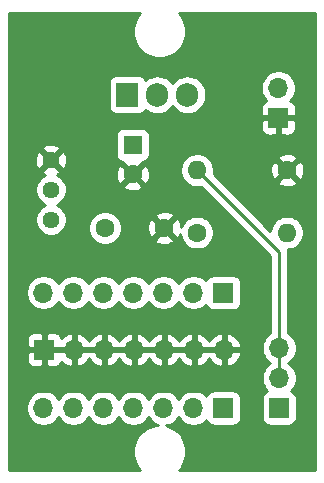
<source format=gbl>
%TF.GenerationSoftware,KiCad,Pcbnew,(5.1.12-1-10_14)*%
%TF.CreationDate,2021-12-29T19:37:03+01:00*%
%TF.ProjectId,contraddictionLamp_signals,636f6e74-7261-4646-9469-6374696f6e4c,1*%
%TF.SameCoordinates,Original*%
%TF.FileFunction,Copper,L2,Bot*%
%TF.FilePolarity,Positive*%
%FSLAX46Y46*%
G04 Gerber Fmt 4.6, Leading zero omitted, Abs format (unit mm)*
G04 Created by KiCad (PCBNEW (5.1.12-1-10_14)) date 2021-12-29 19:37:03*
%MOMM*%
%LPD*%
G01*
G04 APERTURE LIST*
%TA.AperFunction,ComponentPad*%
%ADD10C,1.600000*%
%TD*%
%TA.AperFunction,ComponentPad*%
%ADD11R,1.600000X1.600000*%
%TD*%
%TA.AperFunction,ComponentPad*%
%ADD12C,1.440000*%
%TD*%
%TA.AperFunction,ComponentPad*%
%ADD13O,1.700000X1.700000*%
%TD*%
%TA.AperFunction,ComponentPad*%
%ADD14R,1.700000X1.700000*%
%TD*%
%TA.AperFunction,ComponentPad*%
%ADD15O,1.905000X2.000000*%
%TD*%
%TA.AperFunction,ComponentPad*%
%ADD16R,1.905000X2.000000*%
%TD*%
%TA.AperFunction,ComponentPad*%
%ADD17O,1.600000X1.600000*%
%TD*%
%TA.AperFunction,Conductor*%
%ADD18C,0.250000*%
%TD*%
%TA.AperFunction,Conductor*%
%ADD19C,0.254000*%
%TD*%
%TA.AperFunction,Conductor*%
%ADD20C,0.100000*%
%TD*%
G04 APERTURE END LIST*
D10*
%TO.P,C2,2*%
%TO.N,GND*%
X151447500Y-91146000D03*
D11*
%TO.P,C2,1*%
%TO.N,/out-v*%
X151447500Y-88646000D03*
%TD*%
D10*
%TO.P,C1,2*%
%TO.N,/in-v*%
X149114500Y-95694500D03*
%TO.P,C1,1*%
%TO.N,GND*%
X154114500Y-95694500D03*
%TD*%
D12*
%TO.P,R3,3*%
%TO.N,N/C*%
X144526000Y-94996000D03*
%TO.P,R3,2*%
%TO.N,/adj-v*%
X144526000Y-92456000D03*
%TO.P,R3,1*%
%TO.N,GND*%
X144526000Y-89916000D03*
%TD*%
D13*
%TO.P,J3,3*%
%TO.N,/btn-gnd*%
X163842000Y-105854500D03*
%TO.P,J3,2*%
X163842000Y-108394500D03*
D14*
%TO.P,J3,1*%
%TO.N,/out-v*%
X163842000Y-110934500D03*
%TD*%
D15*
%TO.P,U1,3*%
%TO.N,/in-v*%
X156083000Y-84391500D03*
%TO.P,U1,2*%
%TO.N,/out-v*%
X153543000Y-84391500D03*
D16*
%TO.P,U1,1*%
%TO.N,/adj-v*%
X151003000Y-84391500D03*
%TD*%
D17*
%TO.P,R2,2*%
%TO.N,/out-v*%
X164528500Y-96075500D03*
D10*
%TO.P,R2,1*%
%TO.N,/adj-v*%
X156908500Y-96075500D03*
%TD*%
D13*
%TO.P,J4,7*%
%TO.N,/in-v*%
X143891000Y-101155500D03*
%TO.P,J4,6*%
X146431000Y-101155500D03*
%TO.P,J4,5*%
X148971000Y-101155500D03*
%TO.P,J4,4*%
X151511000Y-101155500D03*
%TO.P,J4,3*%
X154051000Y-101155500D03*
%TO.P,J4,2*%
X156591000Y-101155500D03*
D14*
%TO.P,J4,1*%
X159131000Y-101155500D03*
%TD*%
D17*
%TO.P,R1,2*%
%TO.N,/btn-gnd*%
X156908500Y-90805000D03*
D10*
%TO.P,R1,1*%
%TO.N,GND*%
X164528500Y-90805000D03*
%TD*%
D13*
%TO.P,J5,7*%
%TO.N,/out-v*%
X143891000Y-110934500D03*
%TO.P,J5,6*%
X146431000Y-110934500D03*
%TO.P,J5,5*%
X148971000Y-110934500D03*
%TO.P,J5,4*%
X151511000Y-110934500D03*
%TO.P,J5,3*%
X154051000Y-110934500D03*
%TO.P,J5,2*%
X156591000Y-110934500D03*
D14*
%TO.P,J5,1*%
X159131000Y-110934500D03*
%TD*%
D13*
%TO.P,J2,2*%
%TO.N,/in-v*%
X163778500Y-83832500D03*
D14*
%TO.P,J2,1*%
%TO.N,GND*%
X163778500Y-86372500D03*
%TD*%
D13*
%TO.P,J1,7*%
%TO.N,GND*%
X159194500Y-105981500D03*
%TO.P,J1,6*%
X156654500Y-105981500D03*
%TO.P,J1,5*%
X154114500Y-105981500D03*
%TO.P,J1,4*%
X151574500Y-105981500D03*
%TO.P,J1,3*%
X149034500Y-105981500D03*
%TO.P,J1,2*%
X146494500Y-105981500D03*
D14*
%TO.P,J1,1*%
X143954500Y-105981500D03*
%TD*%
D18*
%TO.N,GND*%
X159194500Y-105981500D02*
X143954500Y-105981500D01*
%TO.N,/btn-gnd*%
X163842000Y-105918000D02*
X163842000Y-108458000D01*
X163842000Y-97738500D02*
X163842000Y-105854500D01*
X156908500Y-90805000D02*
X163842000Y-97738500D01*
%TD*%
D19*
%TO.N,GND*%
X151958536Y-77611083D02*
X151710220Y-77982715D01*
X151539176Y-78395651D01*
X151451979Y-78834021D01*
X151451979Y-79280979D01*
X151539176Y-79719349D01*
X151710220Y-80132285D01*
X151958536Y-80503917D01*
X152274583Y-80819964D01*
X152646215Y-81068280D01*
X153059151Y-81239324D01*
X153497521Y-81326521D01*
X153944479Y-81326521D01*
X154382849Y-81239324D01*
X154795785Y-81068280D01*
X155167417Y-80819964D01*
X155483464Y-80503917D01*
X155731780Y-80132285D01*
X155902824Y-79719349D01*
X155990021Y-79280979D01*
X155990021Y-78834021D01*
X155902824Y-78395651D01*
X155731780Y-77982715D01*
X155483464Y-77611083D01*
X155367381Y-77495000D01*
X166916500Y-77495000D01*
X166916501Y-116180000D01*
X155379881Y-116180000D01*
X155495964Y-116063917D01*
X155744280Y-115692285D01*
X155915324Y-115279349D01*
X156002521Y-114840979D01*
X156002521Y-114394021D01*
X155915324Y-113955651D01*
X155744280Y-113542715D01*
X155495964Y-113171083D01*
X155179917Y-112855036D01*
X154808285Y-112606720D01*
X154395349Y-112435676D01*
X154255643Y-112407887D01*
X154484158Y-112362432D01*
X154754411Y-112250490D01*
X154997632Y-112087975D01*
X155204475Y-111881132D01*
X155321000Y-111706740D01*
X155437525Y-111881132D01*
X155644368Y-112087975D01*
X155887589Y-112250490D01*
X156157842Y-112362432D01*
X156444740Y-112419500D01*
X156737260Y-112419500D01*
X157024158Y-112362432D01*
X157294411Y-112250490D01*
X157537632Y-112087975D01*
X157669487Y-111956120D01*
X157691498Y-112028680D01*
X157750463Y-112138994D01*
X157829815Y-112235685D01*
X157926506Y-112315037D01*
X158036820Y-112374002D01*
X158156518Y-112410312D01*
X158281000Y-112422572D01*
X159981000Y-112422572D01*
X160105482Y-112410312D01*
X160225180Y-112374002D01*
X160335494Y-112315037D01*
X160432185Y-112235685D01*
X160511537Y-112138994D01*
X160570502Y-112028680D01*
X160606812Y-111908982D01*
X160619072Y-111784500D01*
X160619072Y-110084500D01*
X160606812Y-109960018D01*
X160570502Y-109840320D01*
X160511537Y-109730006D01*
X160432185Y-109633315D01*
X160335494Y-109553963D01*
X160225180Y-109494998D01*
X160105482Y-109458688D01*
X159981000Y-109446428D01*
X158281000Y-109446428D01*
X158156518Y-109458688D01*
X158036820Y-109494998D01*
X157926506Y-109553963D01*
X157829815Y-109633315D01*
X157750463Y-109730006D01*
X157691498Y-109840320D01*
X157669487Y-109912880D01*
X157537632Y-109781025D01*
X157294411Y-109618510D01*
X157024158Y-109506568D01*
X156737260Y-109449500D01*
X156444740Y-109449500D01*
X156157842Y-109506568D01*
X155887589Y-109618510D01*
X155644368Y-109781025D01*
X155437525Y-109987868D01*
X155321000Y-110162260D01*
X155204475Y-109987868D01*
X154997632Y-109781025D01*
X154754411Y-109618510D01*
X154484158Y-109506568D01*
X154197260Y-109449500D01*
X153904740Y-109449500D01*
X153617842Y-109506568D01*
X153347589Y-109618510D01*
X153104368Y-109781025D01*
X152897525Y-109987868D01*
X152781000Y-110162260D01*
X152664475Y-109987868D01*
X152457632Y-109781025D01*
X152214411Y-109618510D01*
X151944158Y-109506568D01*
X151657260Y-109449500D01*
X151364740Y-109449500D01*
X151077842Y-109506568D01*
X150807589Y-109618510D01*
X150564368Y-109781025D01*
X150357525Y-109987868D01*
X150241000Y-110162260D01*
X150124475Y-109987868D01*
X149917632Y-109781025D01*
X149674411Y-109618510D01*
X149404158Y-109506568D01*
X149117260Y-109449500D01*
X148824740Y-109449500D01*
X148537842Y-109506568D01*
X148267589Y-109618510D01*
X148024368Y-109781025D01*
X147817525Y-109987868D01*
X147701000Y-110162260D01*
X147584475Y-109987868D01*
X147377632Y-109781025D01*
X147134411Y-109618510D01*
X146864158Y-109506568D01*
X146577260Y-109449500D01*
X146284740Y-109449500D01*
X145997842Y-109506568D01*
X145727589Y-109618510D01*
X145484368Y-109781025D01*
X145277525Y-109987868D01*
X145161000Y-110162260D01*
X145044475Y-109987868D01*
X144837632Y-109781025D01*
X144594411Y-109618510D01*
X144324158Y-109506568D01*
X144037260Y-109449500D01*
X143744740Y-109449500D01*
X143457842Y-109506568D01*
X143187589Y-109618510D01*
X142944368Y-109781025D01*
X142737525Y-109987868D01*
X142575010Y-110231089D01*
X142463068Y-110501342D01*
X142406000Y-110788240D01*
X142406000Y-111080760D01*
X142463068Y-111367658D01*
X142575010Y-111637911D01*
X142737525Y-111881132D01*
X142944368Y-112087975D01*
X143187589Y-112250490D01*
X143457842Y-112362432D01*
X143744740Y-112419500D01*
X144037260Y-112419500D01*
X144324158Y-112362432D01*
X144594411Y-112250490D01*
X144837632Y-112087975D01*
X145044475Y-111881132D01*
X145161000Y-111706740D01*
X145277525Y-111881132D01*
X145484368Y-112087975D01*
X145727589Y-112250490D01*
X145997842Y-112362432D01*
X146284740Y-112419500D01*
X146577260Y-112419500D01*
X146864158Y-112362432D01*
X147134411Y-112250490D01*
X147377632Y-112087975D01*
X147584475Y-111881132D01*
X147701000Y-111706740D01*
X147817525Y-111881132D01*
X148024368Y-112087975D01*
X148267589Y-112250490D01*
X148537842Y-112362432D01*
X148824740Y-112419500D01*
X149117260Y-112419500D01*
X149404158Y-112362432D01*
X149674411Y-112250490D01*
X149917632Y-112087975D01*
X150124475Y-111881132D01*
X150241000Y-111706740D01*
X150357525Y-111881132D01*
X150564368Y-112087975D01*
X150807589Y-112250490D01*
X151077842Y-112362432D01*
X151364740Y-112419500D01*
X151657260Y-112419500D01*
X151944158Y-112362432D01*
X152214411Y-112250490D01*
X152457632Y-112087975D01*
X152664475Y-111881132D01*
X152781000Y-111706740D01*
X152897525Y-111881132D01*
X153104368Y-112087975D01*
X153347589Y-112250490D01*
X153584156Y-112348479D01*
X153510021Y-112348479D01*
X153071651Y-112435676D01*
X152658715Y-112606720D01*
X152287083Y-112855036D01*
X151971036Y-113171083D01*
X151722720Y-113542715D01*
X151551676Y-113955651D01*
X151464479Y-114394021D01*
X151464479Y-114840979D01*
X151551676Y-115279349D01*
X151722720Y-115692285D01*
X151971036Y-116063917D01*
X152087119Y-116180000D01*
X140995000Y-116180000D01*
X140995000Y-106831500D01*
X142466428Y-106831500D01*
X142478688Y-106955982D01*
X142514998Y-107075680D01*
X142573963Y-107185994D01*
X142653315Y-107282685D01*
X142750006Y-107362037D01*
X142860320Y-107421002D01*
X142980018Y-107457312D01*
X143104500Y-107469572D01*
X143668750Y-107466500D01*
X143827500Y-107307750D01*
X143827500Y-106108500D01*
X144081500Y-106108500D01*
X144081500Y-107307750D01*
X144240250Y-107466500D01*
X144804500Y-107469572D01*
X144928982Y-107457312D01*
X145048680Y-107421002D01*
X145158994Y-107362037D01*
X145255685Y-107282685D01*
X145335037Y-107185994D01*
X145394002Y-107075680D01*
X145418466Y-106995034D01*
X145494231Y-107079088D01*
X145727580Y-107253141D01*
X145990401Y-107378325D01*
X146137610Y-107422976D01*
X146367500Y-107301655D01*
X146367500Y-106108500D01*
X146621500Y-106108500D01*
X146621500Y-107301655D01*
X146851390Y-107422976D01*
X146998599Y-107378325D01*
X147261420Y-107253141D01*
X147494769Y-107079088D01*
X147689678Y-106862855D01*
X147764500Y-106737245D01*
X147839322Y-106862855D01*
X148034231Y-107079088D01*
X148267580Y-107253141D01*
X148530401Y-107378325D01*
X148677610Y-107422976D01*
X148907500Y-107301655D01*
X148907500Y-106108500D01*
X149161500Y-106108500D01*
X149161500Y-107301655D01*
X149391390Y-107422976D01*
X149538599Y-107378325D01*
X149801420Y-107253141D01*
X150034769Y-107079088D01*
X150229678Y-106862855D01*
X150304500Y-106737245D01*
X150379322Y-106862855D01*
X150574231Y-107079088D01*
X150807580Y-107253141D01*
X151070401Y-107378325D01*
X151217610Y-107422976D01*
X151447500Y-107301655D01*
X151447500Y-106108500D01*
X151701500Y-106108500D01*
X151701500Y-107301655D01*
X151931390Y-107422976D01*
X152078599Y-107378325D01*
X152341420Y-107253141D01*
X152574769Y-107079088D01*
X152769678Y-106862855D01*
X152844500Y-106737245D01*
X152919322Y-106862855D01*
X153114231Y-107079088D01*
X153347580Y-107253141D01*
X153610401Y-107378325D01*
X153757610Y-107422976D01*
X153987500Y-107301655D01*
X153987500Y-106108500D01*
X154241500Y-106108500D01*
X154241500Y-107301655D01*
X154471390Y-107422976D01*
X154618599Y-107378325D01*
X154881420Y-107253141D01*
X155114769Y-107079088D01*
X155309678Y-106862855D01*
X155384500Y-106737245D01*
X155459322Y-106862855D01*
X155654231Y-107079088D01*
X155887580Y-107253141D01*
X156150401Y-107378325D01*
X156297610Y-107422976D01*
X156527500Y-107301655D01*
X156527500Y-106108500D01*
X156781500Y-106108500D01*
X156781500Y-107301655D01*
X157011390Y-107422976D01*
X157158599Y-107378325D01*
X157421420Y-107253141D01*
X157654769Y-107079088D01*
X157849678Y-106862855D01*
X157924500Y-106737245D01*
X157999322Y-106862855D01*
X158194231Y-107079088D01*
X158427580Y-107253141D01*
X158690401Y-107378325D01*
X158837610Y-107422976D01*
X159067500Y-107301655D01*
X159067500Y-106108500D01*
X159321500Y-106108500D01*
X159321500Y-107301655D01*
X159551390Y-107422976D01*
X159698599Y-107378325D01*
X159961420Y-107253141D01*
X160194769Y-107079088D01*
X160389678Y-106862855D01*
X160538657Y-106612752D01*
X160635981Y-106338391D01*
X160515314Y-106108500D01*
X159321500Y-106108500D01*
X159067500Y-106108500D01*
X156781500Y-106108500D01*
X156527500Y-106108500D01*
X154241500Y-106108500D01*
X153987500Y-106108500D01*
X151701500Y-106108500D01*
X151447500Y-106108500D01*
X149161500Y-106108500D01*
X148907500Y-106108500D01*
X146621500Y-106108500D01*
X146367500Y-106108500D01*
X144081500Y-106108500D01*
X143827500Y-106108500D01*
X142628250Y-106108500D01*
X142469500Y-106267250D01*
X142466428Y-106831500D01*
X140995000Y-106831500D01*
X140995000Y-105131500D01*
X142466428Y-105131500D01*
X142469500Y-105695750D01*
X142628250Y-105854500D01*
X143827500Y-105854500D01*
X143827500Y-104655250D01*
X144081500Y-104655250D01*
X144081500Y-105854500D01*
X146367500Y-105854500D01*
X146367500Y-104661345D01*
X146621500Y-104661345D01*
X146621500Y-105854500D01*
X148907500Y-105854500D01*
X148907500Y-104661345D01*
X149161500Y-104661345D01*
X149161500Y-105854500D01*
X151447500Y-105854500D01*
X151447500Y-104661345D01*
X151701500Y-104661345D01*
X151701500Y-105854500D01*
X153987500Y-105854500D01*
X153987500Y-104661345D01*
X154241500Y-104661345D01*
X154241500Y-105854500D01*
X156527500Y-105854500D01*
X156527500Y-104661345D01*
X156781500Y-104661345D01*
X156781500Y-105854500D01*
X159067500Y-105854500D01*
X159067500Y-104661345D01*
X159321500Y-104661345D01*
X159321500Y-105854500D01*
X160515314Y-105854500D01*
X160635981Y-105624609D01*
X160538657Y-105350248D01*
X160389678Y-105100145D01*
X160194769Y-104883912D01*
X159961420Y-104709859D01*
X159698599Y-104584675D01*
X159551390Y-104540024D01*
X159321500Y-104661345D01*
X159067500Y-104661345D01*
X158837610Y-104540024D01*
X158690401Y-104584675D01*
X158427580Y-104709859D01*
X158194231Y-104883912D01*
X157999322Y-105100145D01*
X157924500Y-105225755D01*
X157849678Y-105100145D01*
X157654769Y-104883912D01*
X157421420Y-104709859D01*
X157158599Y-104584675D01*
X157011390Y-104540024D01*
X156781500Y-104661345D01*
X156527500Y-104661345D01*
X156297610Y-104540024D01*
X156150401Y-104584675D01*
X155887580Y-104709859D01*
X155654231Y-104883912D01*
X155459322Y-105100145D01*
X155384500Y-105225755D01*
X155309678Y-105100145D01*
X155114769Y-104883912D01*
X154881420Y-104709859D01*
X154618599Y-104584675D01*
X154471390Y-104540024D01*
X154241500Y-104661345D01*
X153987500Y-104661345D01*
X153757610Y-104540024D01*
X153610401Y-104584675D01*
X153347580Y-104709859D01*
X153114231Y-104883912D01*
X152919322Y-105100145D01*
X152844500Y-105225755D01*
X152769678Y-105100145D01*
X152574769Y-104883912D01*
X152341420Y-104709859D01*
X152078599Y-104584675D01*
X151931390Y-104540024D01*
X151701500Y-104661345D01*
X151447500Y-104661345D01*
X151217610Y-104540024D01*
X151070401Y-104584675D01*
X150807580Y-104709859D01*
X150574231Y-104883912D01*
X150379322Y-105100145D01*
X150304500Y-105225755D01*
X150229678Y-105100145D01*
X150034769Y-104883912D01*
X149801420Y-104709859D01*
X149538599Y-104584675D01*
X149391390Y-104540024D01*
X149161500Y-104661345D01*
X148907500Y-104661345D01*
X148677610Y-104540024D01*
X148530401Y-104584675D01*
X148267580Y-104709859D01*
X148034231Y-104883912D01*
X147839322Y-105100145D01*
X147764500Y-105225755D01*
X147689678Y-105100145D01*
X147494769Y-104883912D01*
X147261420Y-104709859D01*
X146998599Y-104584675D01*
X146851390Y-104540024D01*
X146621500Y-104661345D01*
X146367500Y-104661345D01*
X146137610Y-104540024D01*
X145990401Y-104584675D01*
X145727580Y-104709859D01*
X145494231Y-104883912D01*
X145418466Y-104967966D01*
X145394002Y-104887320D01*
X145335037Y-104777006D01*
X145255685Y-104680315D01*
X145158994Y-104600963D01*
X145048680Y-104541998D01*
X144928982Y-104505688D01*
X144804500Y-104493428D01*
X144240250Y-104496500D01*
X144081500Y-104655250D01*
X143827500Y-104655250D01*
X143668750Y-104496500D01*
X143104500Y-104493428D01*
X142980018Y-104505688D01*
X142860320Y-104541998D01*
X142750006Y-104600963D01*
X142653315Y-104680315D01*
X142573963Y-104777006D01*
X142514998Y-104887320D01*
X142478688Y-105007018D01*
X142466428Y-105131500D01*
X140995000Y-105131500D01*
X140995000Y-101009240D01*
X142406000Y-101009240D01*
X142406000Y-101301760D01*
X142463068Y-101588658D01*
X142575010Y-101858911D01*
X142737525Y-102102132D01*
X142944368Y-102308975D01*
X143187589Y-102471490D01*
X143457842Y-102583432D01*
X143744740Y-102640500D01*
X144037260Y-102640500D01*
X144324158Y-102583432D01*
X144594411Y-102471490D01*
X144837632Y-102308975D01*
X145044475Y-102102132D01*
X145161000Y-101927740D01*
X145277525Y-102102132D01*
X145484368Y-102308975D01*
X145727589Y-102471490D01*
X145997842Y-102583432D01*
X146284740Y-102640500D01*
X146577260Y-102640500D01*
X146864158Y-102583432D01*
X147134411Y-102471490D01*
X147377632Y-102308975D01*
X147584475Y-102102132D01*
X147701000Y-101927740D01*
X147817525Y-102102132D01*
X148024368Y-102308975D01*
X148267589Y-102471490D01*
X148537842Y-102583432D01*
X148824740Y-102640500D01*
X149117260Y-102640500D01*
X149404158Y-102583432D01*
X149674411Y-102471490D01*
X149917632Y-102308975D01*
X150124475Y-102102132D01*
X150241000Y-101927740D01*
X150357525Y-102102132D01*
X150564368Y-102308975D01*
X150807589Y-102471490D01*
X151077842Y-102583432D01*
X151364740Y-102640500D01*
X151657260Y-102640500D01*
X151944158Y-102583432D01*
X152214411Y-102471490D01*
X152457632Y-102308975D01*
X152664475Y-102102132D01*
X152781000Y-101927740D01*
X152897525Y-102102132D01*
X153104368Y-102308975D01*
X153347589Y-102471490D01*
X153617842Y-102583432D01*
X153904740Y-102640500D01*
X154197260Y-102640500D01*
X154484158Y-102583432D01*
X154754411Y-102471490D01*
X154997632Y-102308975D01*
X155204475Y-102102132D01*
X155321000Y-101927740D01*
X155437525Y-102102132D01*
X155644368Y-102308975D01*
X155887589Y-102471490D01*
X156157842Y-102583432D01*
X156444740Y-102640500D01*
X156737260Y-102640500D01*
X157024158Y-102583432D01*
X157294411Y-102471490D01*
X157537632Y-102308975D01*
X157669487Y-102177120D01*
X157691498Y-102249680D01*
X157750463Y-102359994D01*
X157829815Y-102456685D01*
X157926506Y-102536037D01*
X158036820Y-102595002D01*
X158156518Y-102631312D01*
X158281000Y-102643572D01*
X159981000Y-102643572D01*
X160105482Y-102631312D01*
X160225180Y-102595002D01*
X160335494Y-102536037D01*
X160432185Y-102456685D01*
X160511537Y-102359994D01*
X160570502Y-102249680D01*
X160606812Y-102129982D01*
X160619072Y-102005500D01*
X160619072Y-100305500D01*
X160606812Y-100181018D01*
X160570502Y-100061320D01*
X160511537Y-99951006D01*
X160432185Y-99854315D01*
X160335494Y-99774963D01*
X160225180Y-99715998D01*
X160105482Y-99679688D01*
X159981000Y-99667428D01*
X158281000Y-99667428D01*
X158156518Y-99679688D01*
X158036820Y-99715998D01*
X157926506Y-99774963D01*
X157829815Y-99854315D01*
X157750463Y-99951006D01*
X157691498Y-100061320D01*
X157669487Y-100133880D01*
X157537632Y-100002025D01*
X157294411Y-99839510D01*
X157024158Y-99727568D01*
X156737260Y-99670500D01*
X156444740Y-99670500D01*
X156157842Y-99727568D01*
X155887589Y-99839510D01*
X155644368Y-100002025D01*
X155437525Y-100208868D01*
X155321000Y-100383260D01*
X155204475Y-100208868D01*
X154997632Y-100002025D01*
X154754411Y-99839510D01*
X154484158Y-99727568D01*
X154197260Y-99670500D01*
X153904740Y-99670500D01*
X153617842Y-99727568D01*
X153347589Y-99839510D01*
X153104368Y-100002025D01*
X152897525Y-100208868D01*
X152781000Y-100383260D01*
X152664475Y-100208868D01*
X152457632Y-100002025D01*
X152214411Y-99839510D01*
X151944158Y-99727568D01*
X151657260Y-99670500D01*
X151364740Y-99670500D01*
X151077842Y-99727568D01*
X150807589Y-99839510D01*
X150564368Y-100002025D01*
X150357525Y-100208868D01*
X150241000Y-100383260D01*
X150124475Y-100208868D01*
X149917632Y-100002025D01*
X149674411Y-99839510D01*
X149404158Y-99727568D01*
X149117260Y-99670500D01*
X148824740Y-99670500D01*
X148537842Y-99727568D01*
X148267589Y-99839510D01*
X148024368Y-100002025D01*
X147817525Y-100208868D01*
X147701000Y-100383260D01*
X147584475Y-100208868D01*
X147377632Y-100002025D01*
X147134411Y-99839510D01*
X146864158Y-99727568D01*
X146577260Y-99670500D01*
X146284740Y-99670500D01*
X145997842Y-99727568D01*
X145727589Y-99839510D01*
X145484368Y-100002025D01*
X145277525Y-100208868D01*
X145161000Y-100383260D01*
X145044475Y-100208868D01*
X144837632Y-100002025D01*
X144594411Y-99839510D01*
X144324158Y-99727568D01*
X144037260Y-99670500D01*
X143744740Y-99670500D01*
X143457842Y-99727568D01*
X143187589Y-99839510D01*
X142944368Y-100002025D01*
X142737525Y-100208868D01*
X142575010Y-100452089D01*
X142463068Y-100722342D01*
X142406000Y-101009240D01*
X140995000Y-101009240D01*
X140995000Y-92322544D01*
X143171000Y-92322544D01*
X143171000Y-92589456D01*
X143223072Y-92851239D01*
X143325215Y-93097833D01*
X143473503Y-93319762D01*
X143662238Y-93508497D01*
X143884167Y-93656785D01*
X144051266Y-93726000D01*
X143884167Y-93795215D01*
X143662238Y-93943503D01*
X143473503Y-94132238D01*
X143325215Y-94354167D01*
X143223072Y-94600761D01*
X143171000Y-94862544D01*
X143171000Y-95129456D01*
X143223072Y-95391239D01*
X143325215Y-95637833D01*
X143473503Y-95859762D01*
X143662238Y-96048497D01*
X143884167Y-96196785D01*
X144130761Y-96298928D01*
X144392544Y-96351000D01*
X144659456Y-96351000D01*
X144921239Y-96298928D01*
X145167833Y-96196785D01*
X145389762Y-96048497D01*
X145578497Y-95859762D01*
X145726785Y-95637833D01*
X145761855Y-95553165D01*
X147679500Y-95553165D01*
X147679500Y-95835835D01*
X147734647Y-96113074D01*
X147842820Y-96374227D01*
X147999863Y-96609259D01*
X148199741Y-96809137D01*
X148434773Y-96966180D01*
X148695926Y-97074353D01*
X148973165Y-97129500D01*
X149255835Y-97129500D01*
X149533074Y-97074353D01*
X149794227Y-96966180D01*
X150029259Y-96809137D01*
X150151194Y-96687202D01*
X153301403Y-96687202D01*
X153372986Y-96931171D01*
X153628496Y-97052071D01*
X153902684Y-97120800D01*
X154185012Y-97134717D01*
X154464630Y-97093287D01*
X154730792Y-96998103D01*
X154856014Y-96931171D01*
X154927597Y-96687202D01*
X154114500Y-95874105D01*
X153301403Y-96687202D01*
X150151194Y-96687202D01*
X150229137Y-96609259D01*
X150386180Y-96374227D01*
X150494353Y-96113074D01*
X150549500Y-95835835D01*
X150549500Y-95765012D01*
X152674283Y-95765012D01*
X152715713Y-96044630D01*
X152810897Y-96310792D01*
X152877829Y-96436014D01*
X153121798Y-96507597D01*
X153934895Y-95694500D01*
X154294105Y-95694500D01*
X155107202Y-96507597D01*
X155351171Y-96436014D01*
X155472071Y-96180504D01*
X155473500Y-96174803D01*
X155473500Y-96216835D01*
X155528647Y-96494074D01*
X155636820Y-96755227D01*
X155793863Y-96990259D01*
X155993741Y-97190137D01*
X156228773Y-97347180D01*
X156489926Y-97455353D01*
X156767165Y-97510500D01*
X157049835Y-97510500D01*
X157327074Y-97455353D01*
X157588227Y-97347180D01*
X157823259Y-97190137D01*
X158023137Y-96990259D01*
X158180180Y-96755227D01*
X158288353Y-96494074D01*
X158343500Y-96216835D01*
X158343500Y-95934165D01*
X158288353Y-95656926D01*
X158180180Y-95395773D01*
X158023137Y-95160741D01*
X157823259Y-94960863D01*
X157588227Y-94803820D01*
X157327074Y-94695647D01*
X157049835Y-94640500D01*
X156767165Y-94640500D01*
X156489926Y-94695647D01*
X156228773Y-94803820D01*
X155993741Y-94960863D01*
X155793863Y-95160741D01*
X155636820Y-95395773D01*
X155551443Y-95601891D01*
X155513287Y-95344370D01*
X155418103Y-95078208D01*
X155351171Y-94952986D01*
X155107202Y-94881403D01*
X154294105Y-95694500D01*
X153934895Y-95694500D01*
X153121798Y-94881403D01*
X152877829Y-94952986D01*
X152756929Y-95208496D01*
X152688200Y-95482684D01*
X152674283Y-95765012D01*
X150549500Y-95765012D01*
X150549500Y-95553165D01*
X150494353Y-95275926D01*
X150386180Y-95014773D01*
X150229137Y-94779741D01*
X150151194Y-94701798D01*
X153301403Y-94701798D01*
X154114500Y-95514895D01*
X154927597Y-94701798D01*
X154856014Y-94457829D01*
X154600504Y-94336929D01*
X154326316Y-94268200D01*
X154043988Y-94254283D01*
X153764370Y-94295713D01*
X153498208Y-94390897D01*
X153372986Y-94457829D01*
X153301403Y-94701798D01*
X150151194Y-94701798D01*
X150029259Y-94579863D01*
X149794227Y-94422820D01*
X149533074Y-94314647D01*
X149255835Y-94259500D01*
X148973165Y-94259500D01*
X148695926Y-94314647D01*
X148434773Y-94422820D01*
X148199741Y-94579863D01*
X147999863Y-94779741D01*
X147842820Y-95014773D01*
X147734647Y-95275926D01*
X147679500Y-95553165D01*
X145761855Y-95553165D01*
X145828928Y-95391239D01*
X145881000Y-95129456D01*
X145881000Y-94862544D01*
X145828928Y-94600761D01*
X145726785Y-94354167D01*
X145578497Y-94132238D01*
X145389762Y-93943503D01*
X145167833Y-93795215D01*
X145000734Y-93726000D01*
X145167833Y-93656785D01*
X145389762Y-93508497D01*
X145578497Y-93319762D01*
X145726785Y-93097833D01*
X145828928Y-92851239D01*
X145881000Y-92589456D01*
X145881000Y-92322544D01*
X145844432Y-92138702D01*
X150634403Y-92138702D01*
X150705986Y-92382671D01*
X150961496Y-92503571D01*
X151235684Y-92572300D01*
X151518012Y-92586217D01*
X151797630Y-92544787D01*
X152063792Y-92449603D01*
X152189014Y-92382671D01*
X152260597Y-92138702D01*
X151447500Y-91325605D01*
X150634403Y-92138702D01*
X145844432Y-92138702D01*
X145828928Y-92060761D01*
X145726785Y-91814167D01*
X145578497Y-91592238D01*
X145389762Y-91403503D01*
X145167833Y-91255215D01*
X145074396Y-91216512D01*
X150007283Y-91216512D01*
X150048713Y-91496130D01*
X150143897Y-91762292D01*
X150210829Y-91887514D01*
X150454798Y-91959097D01*
X151267895Y-91146000D01*
X151627105Y-91146000D01*
X152440202Y-91959097D01*
X152684171Y-91887514D01*
X152805071Y-91632004D01*
X152873800Y-91357816D01*
X152887717Y-91075488D01*
X152846287Y-90795870D01*
X152799009Y-90663665D01*
X155473500Y-90663665D01*
X155473500Y-90946335D01*
X155528647Y-91223574D01*
X155636820Y-91484727D01*
X155793863Y-91719759D01*
X155993741Y-91919637D01*
X156228773Y-92076680D01*
X156489926Y-92184853D01*
X156767165Y-92240000D01*
X157049835Y-92240000D01*
X157232387Y-92203688D01*
X163082000Y-98053302D01*
X163082001Y-104576321D01*
X162895368Y-104701025D01*
X162688525Y-104907868D01*
X162526010Y-105151089D01*
X162414068Y-105421342D01*
X162357000Y-105708240D01*
X162357000Y-106000760D01*
X162414068Y-106287658D01*
X162526010Y-106557911D01*
X162688525Y-106801132D01*
X162895368Y-107007975D01*
X163069760Y-107124500D01*
X162895368Y-107241025D01*
X162688525Y-107447868D01*
X162526010Y-107691089D01*
X162414068Y-107961342D01*
X162357000Y-108248240D01*
X162357000Y-108540760D01*
X162414068Y-108827658D01*
X162526010Y-109097911D01*
X162688525Y-109341132D01*
X162820380Y-109472987D01*
X162747820Y-109494998D01*
X162637506Y-109553963D01*
X162540815Y-109633315D01*
X162461463Y-109730006D01*
X162402498Y-109840320D01*
X162366188Y-109960018D01*
X162353928Y-110084500D01*
X162353928Y-111784500D01*
X162366188Y-111908982D01*
X162402498Y-112028680D01*
X162461463Y-112138994D01*
X162540815Y-112235685D01*
X162637506Y-112315037D01*
X162747820Y-112374002D01*
X162867518Y-112410312D01*
X162992000Y-112422572D01*
X164692000Y-112422572D01*
X164816482Y-112410312D01*
X164936180Y-112374002D01*
X165046494Y-112315037D01*
X165143185Y-112235685D01*
X165222537Y-112138994D01*
X165281502Y-112028680D01*
X165317812Y-111908982D01*
X165330072Y-111784500D01*
X165330072Y-110084500D01*
X165317812Y-109960018D01*
X165281502Y-109840320D01*
X165222537Y-109730006D01*
X165143185Y-109633315D01*
X165046494Y-109553963D01*
X164936180Y-109494998D01*
X164863620Y-109472987D01*
X164995475Y-109341132D01*
X165157990Y-109097911D01*
X165269932Y-108827658D01*
X165327000Y-108540760D01*
X165327000Y-108248240D01*
X165269932Y-107961342D01*
X165157990Y-107691089D01*
X164995475Y-107447868D01*
X164788632Y-107241025D01*
X164614240Y-107124500D01*
X164788632Y-107007975D01*
X164995475Y-106801132D01*
X165157990Y-106557911D01*
X165269932Y-106287658D01*
X165327000Y-106000760D01*
X165327000Y-105708240D01*
X165269932Y-105421342D01*
X165157990Y-105151089D01*
X164995475Y-104907868D01*
X164788632Y-104701025D01*
X164602000Y-104576322D01*
X164602000Y-97775825D01*
X164605676Y-97738500D01*
X164602000Y-97701175D01*
X164602000Y-97701167D01*
X164591003Y-97589514D01*
X164567035Y-97510500D01*
X164669835Y-97510500D01*
X164947074Y-97455353D01*
X165208227Y-97347180D01*
X165443259Y-97190137D01*
X165643137Y-96990259D01*
X165800180Y-96755227D01*
X165908353Y-96494074D01*
X165963500Y-96216835D01*
X165963500Y-95934165D01*
X165908353Y-95656926D01*
X165800180Y-95395773D01*
X165643137Y-95160741D01*
X165443259Y-94960863D01*
X165208227Y-94803820D01*
X164947074Y-94695647D01*
X164669835Y-94640500D01*
X164387165Y-94640500D01*
X164109926Y-94695647D01*
X163848773Y-94803820D01*
X163613741Y-94960863D01*
X163413863Y-95160741D01*
X163256820Y-95395773D01*
X163148647Y-95656926D01*
X163096647Y-95918345D01*
X158976004Y-91797702D01*
X163715403Y-91797702D01*
X163786986Y-92041671D01*
X164042496Y-92162571D01*
X164316684Y-92231300D01*
X164599012Y-92245217D01*
X164878630Y-92203787D01*
X165144792Y-92108603D01*
X165270014Y-92041671D01*
X165341597Y-91797702D01*
X164528500Y-90984605D01*
X163715403Y-91797702D01*
X158976004Y-91797702D01*
X158307188Y-91128887D01*
X158343500Y-90946335D01*
X158343500Y-90875512D01*
X163088283Y-90875512D01*
X163129713Y-91155130D01*
X163224897Y-91421292D01*
X163291829Y-91546514D01*
X163535798Y-91618097D01*
X164348895Y-90805000D01*
X164708105Y-90805000D01*
X165521202Y-91618097D01*
X165765171Y-91546514D01*
X165886071Y-91291004D01*
X165954800Y-91016816D01*
X165968717Y-90734488D01*
X165927287Y-90454870D01*
X165832103Y-90188708D01*
X165765171Y-90063486D01*
X165521202Y-89991903D01*
X164708105Y-90805000D01*
X164348895Y-90805000D01*
X163535798Y-89991903D01*
X163291829Y-90063486D01*
X163170929Y-90318996D01*
X163102200Y-90593184D01*
X163088283Y-90875512D01*
X158343500Y-90875512D01*
X158343500Y-90663665D01*
X158288353Y-90386426D01*
X158180180Y-90125273D01*
X158023137Y-89890241D01*
X157945194Y-89812298D01*
X163715403Y-89812298D01*
X164528500Y-90625395D01*
X165341597Y-89812298D01*
X165270014Y-89568329D01*
X165014504Y-89447429D01*
X164740316Y-89378700D01*
X164457988Y-89364783D01*
X164178370Y-89406213D01*
X163912208Y-89501397D01*
X163786986Y-89568329D01*
X163715403Y-89812298D01*
X157945194Y-89812298D01*
X157823259Y-89690363D01*
X157588227Y-89533320D01*
X157327074Y-89425147D01*
X157049835Y-89370000D01*
X156767165Y-89370000D01*
X156489926Y-89425147D01*
X156228773Y-89533320D01*
X155993741Y-89690363D01*
X155793863Y-89890241D01*
X155636820Y-90125273D01*
X155528647Y-90386426D01*
X155473500Y-90663665D01*
X152799009Y-90663665D01*
X152751103Y-90529708D01*
X152684171Y-90404486D01*
X152440202Y-90332903D01*
X151627105Y-91146000D01*
X151267895Y-91146000D01*
X150454798Y-90332903D01*
X150210829Y-90404486D01*
X150089929Y-90659996D01*
X150021200Y-90934184D01*
X150007283Y-91216512D01*
X145074396Y-91216512D01*
X144999676Y-91185562D01*
X145114353Y-91143875D01*
X145220068Y-91087368D01*
X145281955Y-90851560D01*
X144526000Y-90095605D01*
X143770045Y-90851560D01*
X143831932Y-91087368D01*
X144047007Y-91187764D01*
X143884167Y-91255215D01*
X143662238Y-91403503D01*
X143473503Y-91592238D01*
X143325215Y-91814167D01*
X143223072Y-92060761D01*
X143171000Y-92322544D01*
X140995000Y-92322544D01*
X140995000Y-89989680D01*
X143166439Y-89989680D01*
X143206937Y-90253501D01*
X143298125Y-90504353D01*
X143354632Y-90610068D01*
X143590440Y-90671955D01*
X144346395Y-89916000D01*
X144705605Y-89916000D01*
X145461560Y-90671955D01*
X145697368Y-90610068D01*
X145810266Y-90368210D01*
X145873811Y-90108973D01*
X145885561Y-89842320D01*
X145845063Y-89578499D01*
X145753875Y-89327647D01*
X145697368Y-89221932D01*
X145461560Y-89160045D01*
X144705605Y-89916000D01*
X144346395Y-89916000D01*
X143590440Y-89160045D01*
X143354632Y-89221932D01*
X143241734Y-89463790D01*
X143178189Y-89723027D01*
X143166439Y-89989680D01*
X140995000Y-89989680D01*
X140995000Y-88980440D01*
X143770045Y-88980440D01*
X144526000Y-89736395D01*
X145281955Y-88980440D01*
X145220068Y-88744632D01*
X144978210Y-88631734D01*
X144718973Y-88568189D01*
X144452320Y-88556439D01*
X144188499Y-88596937D01*
X143937647Y-88688125D01*
X143831932Y-88744632D01*
X143770045Y-88980440D01*
X140995000Y-88980440D01*
X140995000Y-87846000D01*
X150009428Y-87846000D01*
X150009428Y-89446000D01*
X150021688Y-89570482D01*
X150057998Y-89690180D01*
X150116963Y-89800494D01*
X150196315Y-89897185D01*
X150293006Y-89976537D01*
X150403320Y-90035502D01*
X150523018Y-90071812D01*
X150647500Y-90084072D01*
X150654715Y-90084072D01*
X150634403Y-90153298D01*
X151447500Y-90966395D01*
X152260597Y-90153298D01*
X152240285Y-90084072D01*
X152247500Y-90084072D01*
X152371982Y-90071812D01*
X152491680Y-90035502D01*
X152601994Y-89976537D01*
X152698685Y-89897185D01*
X152778037Y-89800494D01*
X152837002Y-89690180D01*
X152873312Y-89570482D01*
X152885572Y-89446000D01*
X152885572Y-87846000D01*
X152873312Y-87721518D01*
X152837002Y-87601820D01*
X152778037Y-87491506D01*
X152698685Y-87394815D01*
X152601994Y-87315463D01*
X152491680Y-87256498D01*
X152379604Y-87222500D01*
X162290428Y-87222500D01*
X162302688Y-87346982D01*
X162338998Y-87466680D01*
X162397963Y-87576994D01*
X162477315Y-87673685D01*
X162574006Y-87753037D01*
X162684320Y-87812002D01*
X162804018Y-87848312D01*
X162928500Y-87860572D01*
X163492750Y-87857500D01*
X163651500Y-87698750D01*
X163651500Y-86499500D01*
X163905500Y-86499500D01*
X163905500Y-87698750D01*
X164064250Y-87857500D01*
X164628500Y-87860572D01*
X164752982Y-87848312D01*
X164872680Y-87812002D01*
X164982994Y-87753037D01*
X165079685Y-87673685D01*
X165159037Y-87576994D01*
X165218002Y-87466680D01*
X165254312Y-87346982D01*
X165266572Y-87222500D01*
X165263500Y-86658250D01*
X165104750Y-86499500D01*
X163905500Y-86499500D01*
X163651500Y-86499500D01*
X162452250Y-86499500D01*
X162293500Y-86658250D01*
X162290428Y-87222500D01*
X152379604Y-87222500D01*
X152371982Y-87220188D01*
X152247500Y-87207928D01*
X150647500Y-87207928D01*
X150523018Y-87220188D01*
X150403320Y-87256498D01*
X150293006Y-87315463D01*
X150196315Y-87394815D01*
X150116963Y-87491506D01*
X150057998Y-87601820D01*
X150021688Y-87721518D01*
X150009428Y-87846000D01*
X140995000Y-87846000D01*
X140995000Y-83391500D01*
X149412428Y-83391500D01*
X149412428Y-85391500D01*
X149424688Y-85515982D01*
X149460998Y-85635680D01*
X149519963Y-85745994D01*
X149599315Y-85842685D01*
X149696006Y-85922037D01*
X149806320Y-85981002D01*
X149926018Y-86017312D01*
X150050500Y-86029572D01*
X151955500Y-86029572D01*
X152079982Y-86017312D01*
X152199680Y-85981002D01*
X152309994Y-85922037D01*
X152406685Y-85842685D01*
X152486037Y-85745994D01*
X152530905Y-85662053D01*
X152656766Y-85765345D01*
X152932552Y-85912755D01*
X153231797Y-86003530D01*
X153543000Y-86034181D01*
X153854204Y-86003530D01*
X154153449Y-85912755D01*
X154429235Y-85765345D01*
X154670963Y-85566963D01*
X154813000Y-85393891D01*
X154955037Y-85566963D01*
X155196766Y-85765345D01*
X155472552Y-85912755D01*
X155771797Y-86003530D01*
X156083000Y-86034181D01*
X156394204Y-86003530D01*
X156693449Y-85912755D01*
X156969235Y-85765345D01*
X157210963Y-85566963D01*
X157247452Y-85522500D01*
X162290428Y-85522500D01*
X162293500Y-86086750D01*
X162452250Y-86245500D01*
X163651500Y-86245500D01*
X163651500Y-86225500D01*
X163905500Y-86225500D01*
X163905500Y-86245500D01*
X165104750Y-86245500D01*
X165263500Y-86086750D01*
X165266572Y-85522500D01*
X165254312Y-85398018D01*
X165218002Y-85278320D01*
X165159037Y-85168006D01*
X165079685Y-85071315D01*
X164982994Y-84991963D01*
X164872680Y-84932998D01*
X164800120Y-84910987D01*
X164931975Y-84779132D01*
X165094490Y-84535911D01*
X165206432Y-84265658D01*
X165263500Y-83978760D01*
X165263500Y-83686240D01*
X165206432Y-83399342D01*
X165094490Y-83129089D01*
X164931975Y-82885868D01*
X164725132Y-82679025D01*
X164481911Y-82516510D01*
X164211658Y-82404568D01*
X163924760Y-82347500D01*
X163632240Y-82347500D01*
X163345342Y-82404568D01*
X163075089Y-82516510D01*
X162831868Y-82679025D01*
X162625025Y-82885868D01*
X162462510Y-83129089D01*
X162350568Y-83399342D01*
X162293500Y-83686240D01*
X162293500Y-83978760D01*
X162350568Y-84265658D01*
X162462510Y-84535911D01*
X162625025Y-84779132D01*
X162756880Y-84910987D01*
X162684320Y-84932998D01*
X162574006Y-84991963D01*
X162477315Y-85071315D01*
X162397963Y-85168006D01*
X162338998Y-85278320D01*
X162302688Y-85398018D01*
X162290428Y-85522500D01*
X157247452Y-85522500D01*
X157409345Y-85325234D01*
X157556755Y-85049448D01*
X157647530Y-84750203D01*
X157670500Y-84516985D01*
X157670500Y-84266014D01*
X157647530Y-84032796D01*
X157556755Y-83733551D01*
X157409345Y-83457765D01*
X157210963Y-83216037D01*
X156969234Y-83017655D01*
X156693448Y-82870245D01*
X156394203Y-82779470D01*
X156083000Y-82748819D01*
X155771796Y-82779470D01*
X155472551Y-82870245D01*
X155196765Y-83017655D01*
X154955037Y-83216037D01*
X154813000Y-83389109D01*
X154670963Y-83216037D01*
X154429234Y-83017655D01*
X154153448Y-82870245D01*
X153854203Y-82779470D01*
X153543000Y-82748819D01*
X153231796Y-82779470D01*
X152932551Y-82870245D01*
X152656765Y-83017655D01*
X152530905Y-83120946D01*
X152486037Y-83037006D01*
X152406685Y-82940315D01*
X152309994Y-82860963D01*
X152199680Y-82801998D01*
X152079982Y-82765688D01*
X151955500Y-82753428D01*
X150050500Y-82753428D01*
X149926018Y-82765688D01*
X149806320Y-82801998D01*
X149696006Y-82860963D01*
X149599315Y-82940315D01*
X149519963Y-83037006D01*
X149460998Y-83147320D01*
X149424688Y-83267018D01*
X149412428Y-83391500D01*
X140995000Y-83391500D01*
X140995000Y-77495000D01*
X152074619Y-77495000D01*
X151958536Y-77611083D01*
%TA.AperFunction,Conductor*%
D20*
G36*
X151958536Y-77611083D02*
G01*
X151710220Y-77982715D01*
X151539176Y-78395651D01*
X151451979Y-78834021D01*
X151451979Y-79280979D01*
X151539176Y-79719349D01*
X151710220Y-80132285D01*
X151958536Y-80503917D01*
X152274583Y-80819964D01*
X152646215Y-81068280D01*
X153059151Y-81239324D01*
X153497521Y-81326521D01*
X153944479Y-81326521D01*
X154382849Y-81239324D01*
X154795785Y-81068280D01*
X155167417Y-80819964D01*
X155483464Y-80503917D01*
X155731780Y-80132285D01*
X155902824Y-79719349D01*
X155990021Y-79280979D01*
X155990021Y-78834021D01*
X155902824Y-78395651D01*
X155731780Y-77982715D01*
X155483464Y-77611083D01*
X155367381Y-77495000D01*
X166916500Y-77495000D01*
X166916501Y-116180000D01*
X155379881Y-116180000D01*
X155495964Y-116063917D01*
X155744280Y-115692285D01*
X155915324Y-115279349D01*
X156002521Y-114840979D01*
X156002521Y-114394021D01*
X155915324Y-113955651D01*
X155744280Y-113542715D01*
X155495964Y-113171083D01*
X155179917Y-112855036D01*
X154808285Y-112606720D01*
X154395349Y-112435676D01*
X154255643Y-112407887D01*
X154484158Y-112362432D01*
X154754411Y-112250490D01*
X154997632Y-112087975D01*
X155204475Y-111881132D01*
X155321000Y-111706740D01*
X155437525Y-111881132D01*
X155644368Y-112087975D01*
X155887589Y-112250490D01*
X156157842Y-112362432D01*
X156444740Y-112419500D01*
X156737260Y-112419500D01*
X157024158Y-112362432D01*
X157294411Y-112250490D01*
X157537632Y-112087975D01*
X157669487Y-111956120D01*
X157691498Y-112028680D01*
X157750463Y-112138994D01*
X157829815Y-112235685D01*
X157926506Y-112315037D01*
X158036820Y-112374002D01*
X158156518Y-112410312D01*
X158281000Y-112422572D01*
X159981000Y-112422572D01*
X160105482Y-112410312D01*
X160225180Y-112374002D01*
X160335494Y-112315037D01*
X160432185Y-112235685D01*
X160511537Y-112138994D01*
X160570502Y-112028680D01*
X160606812Y-111908982D01*
X160619072Y-111784500D01*
X160619072Y-110084500D01*
X160606812Y-109960018D01*
X160570502Y-109840320D01*
X160511537Y-109730006D01*
X160432185Y-109633315D01*
X160335494Y-109553963D01*
X160225180Y-109494998D01*
X160105482Y-109458688D01*
X159981000Y-109446428D01*
X158281000Y-109446428D01*
X158156518Y-109458688D01*
X158036820Y-109494998D01*
X157926506Y-109553963D01*
X157829815Y-109633315D01*
X157750463Y-109730006D01*
X157691498Y-109840320D01*
X157669487Y-109912880D01*
X157537632Y-109781025D01*
X157294411Y-109618510D01*
X157024158Y-109506568D01*
X156737260Y-109449500D01*
X156444740Y-109449500D01*
X156157842Y-109506568D01*
X155887589Y-109618510D01*
X155644368Y-109781025D01*
X155437525Y-109987868D01*
X155321000Y-110162260D01*
X155204475Y-109987868D01*
X154997632Y-109781025D01*
X154754411Y-109618510D01*
X154484158Y-109506568D01*
X154197260Y-109449500D01*
X153904740Y-109449500D01*
X153617842Y-109506568D01*
X153347589Y-109618510D01*
X153104368Y-109781025D01*
X152897525Y-109987868D01*
X152781000Y-110162260D01*
X152664475Y-109987868D01*
X152457632Y-109781025D01*
X152214411Y-109618510D01*
X151944158Y-109506568D01*
X151657260Y-109449500D01*
X151364740Y-109449500D01*
X151077842Y-109506568D01*
X150807589Y-109618510D01*
X150564368Y-109781025D01*
X150357525Y-109987868D01*
X150241000Y-110162260D01*
X150124475Y-109987868D01*
X149917632Y-109781025D01*
X149674411Y-109618510D01*
X149404158Y-109506568D01*
X149117260Y-109449500D01*
X148824740Y-109449500D01*
X148537842Y-109506568D01*
X148267589Y-109618510D01*
X148024368Y-109781025D01*
X147817525Y-109987868D01*
X147701000Y-110162260D01*
X147584475Y-109987868D01*
X147377632Y-109781025D01*
X147134411Y-109618510D01*
X146864158Y-109506568D01*
X146577260Y-109449500D01*
X146284740Y-109449500D01*
X145997842Y-109506568D01*
X145727589Y-109618510D01*
X145484368Y-109781025D01*
X145277525Y-109987868D01*
X145161000Y-110162260D01*
X145044475Y-109987868D01*
X144837632Y-109781025D01*
X144594411Y-109618510D01*
X144324158Y-109506568D01*
X144037260Y-109449500D01*
X143744740Y-109449500D01*
X143457842Y-109506568D01*
X143187589Y-109618510D01*
X142944368Y-109781025D01*
X142737525Y-109987868D01*
X142575010Y-110231089D01*
X142463068Y-110501342D01*
X142406000Y-110788240D01*
X142406000Y-111080760D01*
X142463068Y-111367658D01*
X142575010Y-111637911D01*
X142737525Y-111881132D01*
X142944368Y-112087975D01*
X143187589Y-112250490D01*
X143457842Y-112362432D01*
X143744740Y-112419500D01*
X144037260Y-112419500D01*
X144324158Y-112362432D01*
X144594411Y-112250490D01*
X144837632Y-112087975D01*
X145044475Y-111881132D01*
X145161000Y-111706740D01*
X145277525Y-111881132D01*
X145484368Y-112087975D01*
X145727589Y-112250490D01*
X145997842Y-112362432D01*
X146284740Y-112419500D01*
X146577260Y-112419500D01*
X146864158Y-112362432D01*
X147134411Y-112250490D01*
X147377632Y-112087975D01*
X147584475Y-111881132D01*
X147701000Y-111706740D01*
X147817525Y-111881132D01*
X148024368Y-112087975D01*
X148267589Y-112250490D01*
X148537842Y-112362432D01*
X148824740Y-112419500D01*
X149117260Y-112419500D01*
X149404158Y-112362432D01*
X149674411Y-112250490D01*
X149917632Y-112087975D01*
X150124475Y-111881132D01*
X150241000Y-111706740D01*
X150357525Y-111881132D01*
X150564368Y-112087975D01*
X150807589Y-112250490D01*
X151077842Y-112362432D01*
X151364740Y-112419500D01*
X151657260Y-112419500D01*
X151944158Y-112362432D01*
X152214411Y-112250490D01*
X152457632Y-112087975D01*
X152664475Y-111881132D01*
X152781000Y-111706740D01*
X152897525Y-111881132D01*
X153104368Y-112087975D01*
X153347589Y-112250490D01*
X153584156Y-112348479D01*
X153510021Y-112348479D01*
X153071651Y-112435676D01*
X152658715Y-112606720D01*
X152287083Y-112855036D01*
X151971036Y-113171083D01*
X151722720Y-113542715D01*
X151551676Y-113955651D01*
X151464479Y-114394021D01*
X151464479Y-114840979D01*
X151551676Y-115279349D01*
X151722720Y-115692285D01*
X151971036Y-116063917D01*
X152087119Y-116180000D01*
X140995000Y-116180000D01*
X140995000Y-106831500D01*
X142466428Y-106831500D01*
X142478688Y-106955982D01*
X142514998Y-107075680D01*
X142573963Y-107185994D01*
X142653315Y-107282685D01*
X142750006Y-107362037D01*
X142860320Y-107421002D01*
X142980018Y-107457312D01*
X143104500Y-107469572D01*
X143668750Y-107466500D01*
X143827500Y-107307750D01*
X143827500Y-106108500D01*
X144081500Y-106108500D01*
X144081500Y-107307750D01*
X144240250Y-107466500D01*
X144804500Y-107469572D01*
X144928982Y-107457312D01*
X145048680Y-107421002D01*
X145158994Y-107362037D01*
X145255685Y-107282685D01*
X145335037Y-107185994D01*
X145394002Y-107075680D01*
X145418466Y-106995034D01*
X145494231Y-107079088D01*
X145727580Y-107253141D01*
X145990401Y-107378325D01*
X146137610Y-107422976D01*
X146367500Y-107301655D01*
X146367500Y-106108500D01*
X146621500Y-106108500D01*
X146621500Y-107301655D01*
X146851390Y-107422976D01*
X146998599Y-107378325D01*
X147261420Y-107253141D01*
X147494769Y-107079088D01*
X147689678Y-106862855D01*
X147764500Y-106737245D01*
X147839322Y-106862855D01*
X148034231Y-107079088D01*
X148267580Y-107253141D01*
X148530401Y-107378325D01*
X148677610Y-107422976D01*
X148907500Y-107301655D01*
X148907500Y-106108500D01*
X149161500Y-106108500D01*
X149161500Y-107301655D01*
X149391390Y-107422976D01*
X149538599Y-107378325D01*
X149801420Y-107253141D01*
X150034769Y-107079088D01*
X150229678Y-106862855D01*
X150304500Y-106737245D01*
X150379322Y-106862855D01*
X150574231Y-107079088D01*
X150807580Y-107253141D01*
X151070401Y-107378325D01*
X151217610Y-107422976D01*
X151447500Y-107301655D01*
X151447500Y-106108500D01*
X151701500Y-106108500D01*
X151701500Y-107301655D01*
X151931390Y-107422976D01*
X152078599Y-107378325D01*
X152341420Y-107253141D01*
X152574769Y-107079088D01*
X152769678Y-106862855D01*
X152844500Y-106737245D01*
X152919322Y-106862855D01*
X153114231Y-107079088D01*
X153347580Y-107253141D01*
X153610401Y-107378325D01*
X153757610Y-107422976D01*
X153987500Y-107301655D01*
X153987500Y-106108500D01*
X154241500Y-106108500D01*
X154241500Y-107301655D01*
X154471390Y-107422976D01*
X154618599Y-107378325D01*
X154881420Y-107253141D01*
X155114769Y-107079088D01*
X155309678Y-106862855D01*
X155384500Y-106737245D01*
X155459322Y-106862855D01*
X155654231Y-107079088D01*
X155887580Y-107253141D01*
X156150401Y-107378325D01*
X156297610Y-107422976D01*
X156527500Y-107301655D01*
X156527500Y-106108500D01*
X156781500Y-106108500D01*
X156781500Y-107301655D01*
X157011390Y-107422976D01*
X157158599Y-107378325D01*
X157421420Y-107253141D01*
X157654769Y-107079088D01*
X157849678Y-106862855D01*
X157924500Y-106737245D01*
X157999322Y-106862855D01*
X158194231Y-107079088D01*
X158427580Y-107253141D01*
X158690401Y-107378325D01*
X158837610Y-107422976D01*
X159067500Y-107301655D01*
X159067500Y-106108500D01*
X159321500Y-106108500D01*
X159321500Y-107301655D01*
X159551390Y-107422976D01*
X159698599Y-107378325D01*
X159961420Y-107253141D01*
X160194769Y-107079088D01*
X160389678Y-106862855D01*
X160538657Y-106612752D01*
X160635981Y-106338391D01*
X160515314Y-106108500D01*
X159321500Y-106108500D01*
X159067500Y-106108500D01*
X156781500Y-106108500D01*
X156527500Y-106108500D01*
X154241500Y-106108500D01*
X153987500Y-106108500D01*
X151701500Y-106108500D01*
X151447500Y-106108500D01*
X149161500Y-106108500D01*
X148907500Y-106108500D01*
X146621500Y-106108500D01*
X146367500Y-106108500D01*
X144081500Y-106108500D01*
X143827500Y-106108500D01*
X142628250Y-106108500D01*
X142469500Y-106267250D01*
X142466428Y-106831500D01*
X140995000Y-106831500D01*
X140995000Y-105131500D01*
X142466428Y-105131500D01*
X142469500Y-105695750D01*
X142628250Y-105854500D01*
X143827500Y-105854500D01*
X143827500Y-104655250D01*
X144081500Y-104655250D01*
X144081500Y-105854500D01*
X146367500Y-105854500D01*
X146367500Y-104661345D01*
X146621500Y-104661345D01*
X146621500Y-105854500D01*
X148907500Y-105854500D01*
X148907500Y-104661345D01*
X149161500Y-104661345D01*
X149161500Y-105854500D01*
X151447500Y-105854500D01*
X151447500Y-104661345D01*
X151701500Y-104661345D01*
X151701500Y-105854500D01*
X153987500Y-105854500D01*
X153987500Y-104661345D01*
X154241500Y-104661345D01*
X154241500Y-105854500D01*
X156527500Y-105854500D01*
X156527500Y-104661345D01*
X156781500Y-104661345D01*
X156781500Y-105854500D01*
X159067500Y-105854500D01*
X159067500Y-104661345D01*
X159321500Y-104661345D01*
X159321500Y-105854500D01*
X160515314Y-105854500D01*
X160635981Y-105624609D01*
X160538657Y-105350248D01*
X160389678Y-105100145D01*
X160194769Y-104883912D01*
X159961420Y-104709859D01*
X159698599Y-104584675D01*
X159551390Y-104540024D01*
X159321500Y-104661345D01*
X159067500Y-104661345D01*
X158837610Y-104540024D01*
X158690401Y-104584675D01*
X158427580Y-104709859D01*
X158194231Y-104883912D01*
X157999322Y-105100145D01*
X157924500Y-105225755D01*
X157849678Y-105100145D01*
X157654769Y-104883912D01*
X157421420Y-104709859D01*
X157158599Y-104584675D01*
X157011390Y-104540024D01*
X156781500Y-104661345D01*
X156527500Y-104661345D01*
X156297610Y-104540024D01*
X156150401Y-104584675D01*
X155887580Y-104709859D01*
X155654231Y-104883912D01*
X155459322Y-105100145D01*
X155384500Y-105225755D01*
X155309678Y-105100145D01*
X155114769Y-104883912D01*
X154881420Y-104709859D01*
X154618599Y-104584675D01*
X154471390Y-104540024D01*
X154241500Y-104661345D01*
X153987500Y-104661345D01*
X153757610Y-104540024D01*
X153610401Y-104584675D01*
X153347580Y-104709859D01*
X153114231Y-104883912D01*
X152919322Y-105100145D01*
X152844500Y-105225755D01*
X152769678Y-105100145D01*
X152574769Y-104883912D01*
X152341420Y-104709859D01*
X152078599Y-104584675D01*
X151931390Y-104540024D01*
X151701500Y-104661345D01*
X151447500Y-104661345D01*
X151217610Y-104540024D01*
X151070401Y-104584675D01*
X150807580Y-104709859D01*
X150574231Y-104883912D01*
X150379322Y-105100145D01*
X150304500Y-105225755D01*
X150229678Y-105100145D01*
X150034769Y-104883912D01*
X149801420Y-104709859D01*
X149538599Y-104584675D01*
X149391390Y-104540024D01*
X149161500Y-104661345D01*
X148907500Y-104661345D01*
X148677610Y-104540024D01*
X148530401Y-104584675D01*
X148267580Y-104709859D01*
X148034231Y-104883912D01*
X147839322Y-105100145D01*
X147764500Y-105225755D01*
X147689678Y-105100145D01*
X147494769Y-104883912D01*
X147261420Y-104709859D01*
X146998599Y-104584675D01*
X146851390Y-104540024D01*
X146621500Y-104661345D01*
X146367500Y-104661345D01*
X146137610Y-104540024D01*
X145990401Y-104584675D01*
X145727580Y-104709859D01*
X145494231Y-104883912D01*
X145418466Y-104967966D01*
X145394002Y-104887320D01*
X145335037Y-104777006D01*
X145255685Y-104680315D01*
X145158994Y-104600963D01*
X145048680Y-104541998D01*
X144928982Y-104505688D01*
X144804500Y-104493428D01*
X144240250Y-104496500D01*
X144081500Y-104655250D01*
X143827500Y-104655250D01*
X143668750Y-104496500D01*
X143104500Y-104493428D01*
X142980018Y-104505688D01*
X142860320Y-104541998D01*
X142750006Y-104600963D01*
X142653315Y-104680315D01*
X142573963Y-104777006D01*
X142514998Y-104887320D01*
X142478688Y-105007018D01*
X142466428Y-105131500D01*
X140995000Y-105131500D01*
X140995000Y-101009240D01*
X142406000Y-101009240D01*
X142406000Y-101301760D01*
X142463068Y-101588658D01*
X142575010Y-101858911D01*
X142737525Y-102102132D01*
X142944368Y-102308975D01*
X143187589Y-102471490D01*
X143457842Y-102583432D01*
X143744740Y-102640500D01*
X144037260Y-102640500D01*
X144324158Y-102583432D01*
X144594411Y-102471490D01*
X144837632Y-102308975D01*
X145044475Y-102102132D01*
X145161000Y-101927740D01*
X145277525Y-102102132D01*
X145484368Y-102308975D01*
X145727589Y-102471490D01*
X145997842Y-102583432D01*
X146284740Y-102640500D01*
X146577260Y-102640500D01*
X146864158Y-102583432D01*
X147134411Y-102471490D01*
X147377632Y-102308975D01*
X147584475Y-102102132D01*
X147701000Y-101927740D01*
X147817525Y-102102132D01*
X148024368Y-102308975D01*
X148267589Y-102471490D01*
X148537842Y-102583432D01*
X148824740Y-102640500D01*
X149117260Y-102640500D01*
X149404158Y-102583432D01*
X149674411Y-102471490D01*
X149917632Y-102308975D01*
X150124475Y-102102132D01*
X150241000Y-101927740D01*
X150357525Y-102102132D01*
X150564368Y-102308975D01*
X150807589Y-102471490D01*
X151077842Y-102583432D01*
X151364740Y-102640500D01*
X151657260Y-102640500D01*
X151944158Y-102583432D01*
X152214411Y-102471490D01*
X152457632Y-102308975D01*
X152664475Y-102102132D01*
X152781000Y-101927740D01*
X152897525Y-102102132D01*
X153104368Y-102308975D01*
X153347589Y-102471490D01*
X153617842Y-102583432D01*
X153904740Y-102640500D01*
X154197260Y-102640500D01*
X154484158Y-102583432D01*
X154754411Y-102471490D01*
X154997632Y-102308975D01*
X155204475Y-102102132D01*
X155321000Y-101927740D01*
X155437525Y-102102132D01*
X155644368Y-102308975D01*
X155887589Y-102471490D01*
X156157842Y-102583432D01*
X156444740Y-102640500D01*
X156737260Y-102640500D01*
X157024158Y-102583432D01*
X157294411Y-102471490D01*
X157537632Y-102308975D01*
X157669487Y-102177120D01*
X157691498Y-102249680D01*
X157750463Y-102359994D01*
X157829815Y-102456685D01*
X157926506Y-102536037D01*
X158036820Y-102595002D01*
X158156518Y-102631312D01*
X158281000Y-102643572D01*
X159981000Y-102643572D01*
X160105482Y-102631312D01*
X160225180Y-102595002D01*
X160335494Y-102536037D01*
X160432185Y-102456685D01*
X160511537Y-102359994D01*
X160570502Y-102249680D01*
X160606812Y-102129982D01*
X160619072Y-102005500D01*
X160619072Y-100305500D01*
X160606812Y-100181018D01*
X160570502Y-100061320D01*
X160511537Y-99951006D01*
X160432185Y-99854315D01*
X160335494Y-99774963D01*
X160225180Y-99715998D01*
X160105482Y-99679688D01*
X159981000Y-99667428D01*
X158281000Y-99667428D01*
X158156518Y-99679688D01*
X158036820Y-99715998D01*
X157926506Y-99774963D01*
X157829815Y-99854315D01*
X157750463Y-99951006D01*
X157691498Y-100061320D01*
X157669487Y-100133880D01*
X157537632Y-100002025D01*
X157294411Y-99839510D01*
X157024158Y-99727568D01*
X156737260Y-99670500D01*
X156444740Y-99670500D01*
X156157842Y-99727568D01*
X155887589Y-99839510D01*
X155644368Y-100002025D01*
X155437525Y-100208868D01*
X155321000Y-100383260D01*
X155204475Y-100208868D01*
X154997632Y-100002025D01*
X154754411Y-99839510D01*
X154484158Y-99727568D01*
X154197260Y-99670500D01*
X153904740Y-99670500D01*
X153617842Y-99727568D01*
X153347589Y-99839510D01*
X153104368Y-100002025D01*
X152897525Y-100208868D01*
X152781000Y-100383260D01*
X152664475Y-100208868D01*
X152457632Y-100002025D01*
X152214411Y-99839510D01*
X151944158Y-99727568D01*
X151657260Y-99670500D01*
X151364740Y-99670500D01*
X151077842Y-99727568D01*
X150807589Y-99839510D01*
X150564368Y-100002025D01*
X150357525Y-100208868D01*
X150241000Y-100383260D01*
X150124475Y-100208868D01*
X149917632Y-100002025D01*
X149674411Y-99839510D01*
X149404158Y-99727568D01*
X149117260Y-99670500D01*
X148824740Y-99670500D01*
X148537842Y-99727568D01*
X148267589Y-99839510D01*
X148024368Y-100002025D01*
X147817525Y-100208868D01*
X147701000Y-100383260D01*
X147584475Y-100208868D01*
X147377632Y-100002025D01*
X147134411Y-99839510D01*
X146864158Y-99727568D01*
X146577260Y-99670500D01*
X146284740Y-99670500D01*
X145997842Y-99727568D01*
X145727589Y-99839510D01*
X145484368Y-100002025D01*
X145277525Y-100208868D01*
X145161000Y-100383260D01*
X145044475Y-100208868D01*
X144837632Y-100002025D01*
X144594411Y-99839510D01*
X144324158Y-99727568D01*
X144037260Y-99670500D01*
X143744740Y-99670500D01*
X143457842Y-99727568D01*
X143187589Y-99839510D01*
X142944368Y-100002025D01*
X142737525Y-100208868D01*
X142575010Y-100452089D01*
X142463068Y-100722342D01*
X142406000Y-101009240D01*
X140995000Y-101009240D01*
X140995000Y-92322544D01*
X143171000Y-92322544D01*
X143171000Y-92589456D01*
X143223072Y-92851239D01*
X143325215Y-93097833D01*
X143473503Y-93319762D01*
X143662238Y-93508497D01*
X143884167Y-93656785D01*
X144051266Y-93726000D01*
X143884167Y-93795215D01*
X143662238Y-93943503D01*
X143473503Y-94132238D01*
X143325215Y-94354167D01*
X143223072Y-94600761D01*
X143171000Y-94862544D01*
X143171000Y-95129456D01*
X143223072Y-95391239D01*
X143325215Y-95637833D01*
X143473503Y-95859762D01*
X143662238Y-96048497D01*
X143884167Y-96196785D01*
X144130761Y-96298928D01*
X144392544Y-96351000D01*
X144659456Y-96351000D01*
X144921239Y-96298928D01*
X145167833Y-96196785D01*
X145389762Y-96048497D01*
X145578497Y-95859762D01*
X145726785Y-95637833D01*
X145761855Y-95553165D01*
X147679500Y-95553165D01*
X147679500Y-95835835D01*
X147734647Y-96113074D01*
X147842820Y-96374227D01*
X147999863Y-96609259D01*
X148199741Y-96809137D01*
X148434773Y-96966180D01*
X148695926Y-97074353D01*
X148973165Y-97129500D01*
X149255835Y-97129500D01*
X149533074Y-97074353D01*
X149794227Y-96966180D01*
X150029259Y-96809137D01*
X150151194Y-96687202D01*
X153301403Y-96687202D01*
X153372986Y-96931171D01*
X153628496Y-97052071D01*
X153902684Y-97120800D01*
X154185012Y-97134717D01*
X154464630Y-97093287D01*
X154730792Y-96998103D01*
X154856014Y-96931171D01*
X154927597Y-96687202D01*
X154114500Y-95874105D01*
X153301403Y-96687202D01*
X150151194Y-96687202D01*
X150229137Y-96609259D01*
X150386180Y-96374227D01*
X150494353Y-96113074D01*
X150549500Y-95835835D01*
X150549500Y-95765012D01*
X152674283Y-95765012D01*
X152715713Y-96044630D01*
X152810897Y-96310792D01*
X152877829Y-96436014D01*
X153121798Y-96507597D01*
X153934895Y-95694500D01*
X154294105Y-95694500D01*
X155107202Y-96507597D01*
X155351171Y-96436014D01*
X155472071Y-96180504D01*
X155473500Y-96174803D01*
X155473500Y-96216835D01*
X155528647Y-96494074D01*
X155636820Y-96755227D01*
X155793863Y-96990259D01*
X155993741Y-97190137D01*
X156228773Y-97347180D01*
X156489926Y-97455353D01*
X156767165Y-97510500D01*
X157049835Y-97510500D01*
X157327074Y-97455353D01*
X157588227Y-97347180D01*
X157823259Y-97190137D01*
X158023137Y-96990259D01*
X158180180Y-96755227D01*
X158288353Y-96494074D01*
X158343500Y-96216835D01*
X158343500Y-95934165D01*
X158288353Y-95656926D01*
X158180180Y-95395773D01*
X158023137Y-95160741D01*
X157823259Y-94960863D01*
X157588227Y-94803820D01*
X157327074Y-94695647D01*
X157049835Y-94640500D01*
X156767165Y-94640500D01*
X156489926Y-94695647D01*
X156228773Y-94803820D01*
X155993741Y-94960863D01*
X155793863Y-95160741D01*
X155636820Y-95395773D01*
X155551443Y-95601891D01*
X155513287Y-95344370D01*
X155418103Y-95078208D01*
X155351171Y-94952986D01*
X155107202Y-94881403D01*
X154294105Y-95694500D01*
X153934895Y-95694500D01*
X153121798Y-94881403D01*
X152877829Y-94952986D01*
X152756929Y-95208496D01*
X152688200Y-95482684D01*
X152674283Y-95765012D01*
X150549500Y-95765012D01*
X150549500Y-95553165D01*
X150494353Y-95275926D01*
X150386180Y-95014773D01*
X150229137Y-94779741D01*
X150151194Y-94701798D01*
X153301403Y-94701798D01*
X154114500Y-95514895D01*
X154927597Y-94701798D01*
X154856014Y-94457829D01*
X154600504Y-94336929D01*
X154326316Y-94268200D01*
X154043988Y-94254283D01*
X153764370Y-94295713D01*
X153498208Y-94390897D01*
X153372986Y-94457829D01*
X153301403Y-94701798D01*
X150151194Y-94701798D01*
X150029259Y-94579863D01*
X149794227Y-94422820D01*
X149533074Y-94314647D01*
X149255835Y-94259500D01*
X148973165Y-94259500D01*
X148695926Y-94314647D01*
X148434773Y-94422820D01*
X148199741Y-94579863D01*
X147999863Y-94779741D01*
X147842820Y-95014773D01*
X147734647Y-95275926D01*
X147679500Y-95553165D01*
X145761855Y-95553165D01*
X145828928Y-95391239D01*
X145881000Y-95129456D01*
X145881000Y-94862544D01*
X145828928Y-94600761D01*
X145726785Y-94354167D01*
X145578497Y-94132238D01*
X145389762Y-93943503D01*
X145167833Y-93795215D01*
X145000734Y-93726000D01*
X145167833Y-93656785D01*
X145389762Y-93508497D01*
X145578497Y-93319762D01*
X145726785Y-93097833D01*
X145828928Y-92851239D01*
X145881000Y-92589456D01*
X145881000Y-92322544D01*
X145844432Y-92138702D01*
X150634403Y-92138702D01*
X150705986Y-92382671D01*
X150961496Y-92503571D01*
X151235684Y-92572300D01*
X151518012Y-92586217D01*
X151797630Y-92544787D01*
X152063792Y-92449603D01*
X152189014Y-92382671D01*
X152260597Y-92138702D01*
X151447500Y-91325605D01*
X150634403Y-92138702D01*
X145844432Y-92138702D01*
X145828928Y-92060761D01*
X145726785Y-91814167D01*
X145578497Y-91592238D01*
X145389762Y-91403503D01*
X145167833Y-91255215D01*
X145074396Y-91216512D01*
X150007283Y-91216512D01*
X150048713Y-91496130D01*
X150143897Y-91762292D01*
X150210829Y-91887514D01*
X150454798Y-91959097D01*
X151267895Y-91146000D01*
X151627105Y-91146000D01*
X152440202Y-91959097D01*
X152684171Y-91887514D01*
X152805071Y-91632004D01*
X152873800Y-91357816D01*
X152887717Y-91075488D01*
X152846287Y-90795870D01*
X152799009Y-90663665D01*
X155473500Y-90663665D01*
X155473500Y-90946335D01*
X155528647Y-91223574D01*
X155636820Y-91484727D01*
X155793863Y-91719759D01*
X155993741Y-91919637D01*
X156228773Y-92076680D01*
X156489926Y-92184853D01*
X156767165Y-92240000D01*
X157049835Y-92240000D01*
X157232387Y-92203688D01*
X163082000Y-98053302D01*
X163082001Y-104576321D01*
X162895368Y-104701025D01*
X162688525Y-104907868D01*
X162526010Y-105151089D01*
X162414068Y-105421342D01*
X162357000Y-105708240D01*
X162357000Y-106000760D01*
X162414068Y-106287658D01*
X162526010Y-106557911D01*
X162688525Y-106801132D01*
X162895368Y-107007975D01*
X163069760Y-107124500D01*
X162895368Y-107241025D01*
X162688525Y-107447868D01*
X162526010Y-107691089D01*
X162414068Y-107961342D01*
X162357000Y-108248240D01*
X162357000Y-108540760D01*
X162414068Y-108827658D01*
X162526010Y-109097911D01*
X162688525Y-109341132D01*
X162820380Y-109472987D01*
X162747820Y-109494998D01*
X162637506Y-109553963D01*
X162540815Y-109633315D01*
X162461463Y-109730006D01*
X162402498Y-109840320D01*
X162366188Y-109960018D01*
X162353928Y-110084500D01*
X162353928Y-111784500D01*
X162366188Y-111908982D01*
X162402498Y-112028680D01*
X162461463Y-112138994D01*
X162540815Y-112235685D01*
X162637506Y-112315037D01*
X162747820Y-112374002D01*
X162867518Y-112410312D01*
X162992000Y-112422572D01*
X164692000Y-112422572D01*
X164816482Y-112410312D01*
X164936180Y-112374002D01*
X165046494Y-112315037D01*
X165143185Y-112235685D01*
X165222537Y-112138994D01*
X165281502Y-112028680D01*
X165317812Y-111908982D01*
X165330072Y-111784500D01*
X165330072Y-110084500D01*
X165317812Y-109960018D01*
X165281502Y-109840320D01*
X165222537Y-109730006D01*
X165143185Y-109633315D01*
X165046494Y-109553963D01*
X164936180Y-109494998D01*
X164863620Y-109472987D01*
X164995475Y-109341132D01*
X165157990Y-109097911D01*
X165269932Y-108827658D01*
X165327000Y-108540760D01*
X165327000Y-108248240D01*
X165269932Y-107961342D01*
X165157990Y-107691089D01*
X164995475Y-107447868D01*
X164788632Y-107241025D01*
X164614240Y-107124500D01*
X164788632Y-107007975D01*
X164995475Y-106801132D01*
X165157990Y-106557911D01*
X165269932Y-106287658D01*
X165327000Y-106000760D01*
X165327000Y-105708240D01*
X165269932Y-105421342D01*
X165157990Y-105151089D01*
X164995475Y-104907868D01*
X164788632Y-104701025D01*
X164602000Y-104576322D01*
X164602000Y-97775825D01*
X164605676Y-97738500D01*
X164602000Y-97701175D01*
X164602000Y-97701167D01*
X164591003Y-97589514D01*
X164567035Y-97510500D01*
X164669835Y-97510500D01*
X164947074Y-97455353D01*
X165208227Y-97347180D01*
X165443259Y-97190137D01*
X165643137Y-96990259D01*
X165800180Y-96755227D01*
X165908353Y-96494074D01*
X165963500Y-96216835D01*
X165963500Y-95934165D01*
X165908353Y-95656926D01*
X165800180Y-95395773D01*
X165643137Y-95160741D01*
X165443259Y-94960863D01*
X165208227Y-94803820D01*
X164947074Y-94695647D01*
X164669835Y-94640500D01*
X164387165Y-94640500D01*
X164109926Y-94695647D01*
X163848773Y-94803820D01*
X163613741Y-94960863D01*
X163413863Y-95160741D01*
X163256820Y-95395773D01*
X163148647Y-95656926D01*
X163096647Y-95918345D01*
X158976004Y-91797702D01*
X163715403Y-91797702D01*
X163786986Y-92041671D01*
X164042496Y-92162571D01*
X164316684Y-92231300D01*
X164599012Y-92245217D01*
X164878630Y-92203787D01*
X165144792Y-92108603D01*
X165270014Y-92041671D01*
X165341597Y-91797702D01*
X164528500Y-90984605D01*
X163715403Y-91797702D01*
X158976004Y-91797702D01*
X158307188Y-91128887D01*
X158343500Y-90946335D01*
X158343500Y-90875512D01*
X163088283Y-90875512D01*
X163129713Y-91155130D01*
X163224897Y-91421292D01*
X163291829Y-91546514D01*
X163535798Y-91618097D01*
X164348895Y-90805000D01*
X164708105Y-90805000D01*
X165521202Y-91618097D01*
X165765171Y-91546514D01*
X165886071Y-91291004D01*
X165954800Y-91016816D01*
X165968717Y-90734488D01*
X165927287Y-90454870D01*
X165832103Y-90188708D01*
X165765171Y-90063486D01*
X165521202Y-89991903D01*
X164708105Y-90805000D01*
X164348895Y-90805000D01*
X163535798Y-89991903D01*
X163291829Y-90063486D01*
X163170929Y-90318996D01*
X163102200Y-90593184D01*
X163088283Y-90875512D01*
X158343500Y-90875512D01*
X158343500Y-90663665D01*
X158288353Y-90386426D01*
X158180180Y-90125273D01*
X158023137Y-89890241D01*
X157945194Y-89812298D01*
X163715403Y-89812298D01*
X164528500Y-90625395D01*
X165341597Y-89812298D01*
X165270014Y-89568329D01*
X165014504Y-89447429D01*
X164740316Y-89378700D01*
X164457988Y-89364783D01*
X164178370Y-89406213D01*
X163912208Y-89501397D01*
X163786986Y-89568329D01*
X163715403Y-89812298D01*
X157945194Y-89812298D01*
X157823259Y-89690363D01*
X157588227Y-89533320D01*
X157327074Y-89425147D01*
X157049835Y-89370000D01*
X156767165Y-89370000D01*
X156489926Y-89425147D01*
X156228773Y-89533320D01*
X155993741Y-89690363D01*
X155793863Y-89890241D01*
X155636820Y-90125273D01*
X155528647Y-90386426D01*
X155473500Y-90663665D01*
X152799009Y-90663665D01*
X152751103Y-90529708D01*
X152684171Y-90404486D01*
X152440202Y-90332903D01*
X151627105Y-91146000D01*
X151267895Y-91146000D01*
X150454798Y-90332903D01*
X150210829Y-90404486D01*
X150089929Y-90659996D01*
X150021200Y-90934184D01*
X150007283Y-91216512D01*
X145074396Y-91216512D01*
X144999676Y-91185562D01*
X145114353Y-91143875D01*
X145220068Y-91087368D01*
X145281955Y-90851560D01*
X144526000Y-90095605D01*
X143770045Y-90851560D01*
X143831932Y-91087368D01*
X144047007Y-91187764D01*
X143884167Y-91255215D01*
X143662238Y-91403503D01*
X143473503Y-91592238D01*
X143325215Y-91814167D01*
X143223072Y-92060761D01*
X143171000Y-92322544D01*
X140995000Y-92322544D01*
X140995000Y-89989680D01*
X143166439Y-89989680D01*
X143206937Y-90253501D01*
X143298125Y-90504353D01*
X143354632Y-90610068D01*
X143590440Y-90671955D01*
X144346395Y-89916000D01*
X144705605Y-89916000D01*
X145461560Y-90671955D01*
X145697368Y-90610068D01*
X145810266Y-90368210D01*
X145873811Y-90108973D01*
X145885561Y-89842320D01*
X145845063Y-89578499D01*
X145753875Y-89327647D01*
X145697368Y-89221932D01*
X145461560Y-89160045D01*
X144705605Y-89916000D01*
X144346395Y-89916000D01*
X143590440Y-89160045D01*
X143354632Y-89221932D01*
X143241734Y-89463790D01*
X143178189Y-89723027D01*
X143166439Y-89989680D01*
X140995000Y-89989680D01*
X140995000Y-88980440D01*
X143770045Y-88980440D01*
X144526000Y-89736395D01*
X145281955Y-88980440D01*
X145220068Y-88744632D01*
X144978210Y-88631734D01*
X144718973Y-88568189D01*
X144452320Y-88556439D01*
X144188499Y-88596937D01*
X143937647Y-88688125D01*
X143831932Y-88744632D01*
X143770045Y-88980440D01*
X140995000Y-88980440D01*
X140995000Y-87846000D01*
X150009428Y-87846000D01*
X150009428Y-89446000D01*
X150021688Y-89570482D01*
X150057998Y-89690180D01*
X150116963Y-89800494D01*
X150196315Y-89897185D01*
X150293006Y-89976537D01*
X150403320Y-90035502D01*
X150523018Y-90071812D01*
X150647500Y-90084072D01*
X150654715Y-90084072D01*
X150634403Y-90153298D01*
X151447500Y-90966395D01*
X152260597Y-90153298D01*
X152240285Y-90084072D01*
X152247500Y-90084072D01*
X152371982Y-90071812D01*
X152491680Y-90035502D01*
X152601994Y-89976537D01*
X152698685Y-89897185D01*
X152778037Y-89800494D01*
X152837002Y-89690180D01*
X152873312Y-89570482D01*
X152885572Y-89446000D01*
X152885572Y-87846000D01*
X152873312Y-87721518D01*
X152837002Y-87601820D01*
X152778037Y-87491506D01*
X152698685Y-87394815D01*
X152601994Y-87315463D01*
X152491680Y-87256498D01*
X152379604Y-87222500D01*
X162290428Y-87222500D01*
X162302688Y-87346982D01*
X162338998Y-87466680D01*
X162397963Y-87576994D01*
X162477315Y-87673685D01*
X162574006Y-87753037D01*
X162684320Y-87812002D01*
X162804018Y-87848312D01*
X162928500Y-87860572D01*
X163492750Y-87857500D01*
X163651500Y-87698750D01*
X163651500Y-86499500D01*
X163905500Y-86499500D01*
X163905500Y-87698750D01*
X164064250Y-87857500D01*
X164628500Y-87860572D01*
X164752982Y-87848312D01*
X164872680Y-87812002D01*
X164982994Y-87753037D01*
X165079685Y-87673685D01*
X165159037Y-87576994D01*
X165218002Y-87466680D01*
X165254312Y-87346982D01*
X165266572Y-87222500D01*
X165263500Y-86658250D01*
X165104750Y-86499500D01*
X163905500Y-86499500D01*
X163651500Y-86499500D01*
X162452250Y-86499500D01*
X162293500Y-86658250D01*
X162290428Y-87222500D01*
X152379604Y-87222500D01*
X152371982Y-87220188D01*
X152247500Y-87207928D01*
X150647500Y-87207928D01*
X150523018Y-87220188D01*
X150403320Y-87256498D01*
X150293006Y-87315463D01*
X150196315Y-87394815D01*
X150116963Y-87491506D01*
X150057998Y-87601820D01*
X150021688Y-87721518D01*
X150009428Y-87846000D01*
X140995000Y-87846000D01*
X140995000Y-83391500D01*
X149412428Y-83391500D01*
X149412428Y-85391500D01*
X149424688Y-85515982D01*
X149460998Y-85635680D01*
X149519963Y-85745994D01*
X149599315Y-85842685D01*
X149696006Y-85922037D01*
X149806320Y-85981002D01*
X149926018Y-86017312D01*
X150050500Y-86029572D01*
X151955500Y-86029572D01*
X152079982Y-86017312D01*
X152199680Y-85981002D01*
X152309994Y-85922037D01*
X152406685Y-85842685D01*
X152486037Y-85745994D01*
X152530905Y-85662053D01*
X152656766Y-85765345D01*
X152932552Y-85912755D01*
X153231797Y-86003530D01*
X153543000Y-86034181D01*
X153854204Y-86003530D01*
X154153449Y-85912755D01*
X154429235Y-85765345D01*
X154670963Y-85566963D01*
X154813000Y-85393891D01*
X154955037Y-85566963D01*
X155196766Y-85765345D01*
X155472552Y-85912755D01*
X155771797Y-86003530D01*
X156083000Y-86034181D01*
X156394204Y-86003530D01*
X156693449Y-85912755D01*
X156969235Y-85765345D01*
X157210963Y-85566963D01*
X157247452Y-85522500D01*
X162290428Y-85522500D01*
X162293500Y-86086750D01*
X162452250Y-86245500D01*
X163651500Y-86245500D01*
X163651500Y-86225500D01*
X163905500Y-86225500D01*
X163905500Y-86245500D01*
X165104750Y-86245500D01*
X165263500Y-86086750D01*
X165266572Y-85522500D01*
X165254312Y-85398018D01*
X165218002Y-85278320D01*
X165159037Y-85168006D01*
X165079685Y-85071315D01*
X164982994Y-84991963D01*
X164872680Y-84932998D01*
X164800120Y-84910987D01*
X164931975Y-84779132D01*
X165094490Y-84535911D01*
X165206432Y-84265658D01*
X165263500Y-83978760D01*
X165263500Y-83686240D01*
X165206432Y-83399342D01*
X165094490Y-83129089D01*
X164931975Y-82885868D01*
X164725132Y-82679025D01*
X164481911Y-82516510D01*
X164211658Y-82404568D01*
X163924760Y-82347500D01*
X163632240Y-82347500D01*
X163345342Y-82404568D01*
X163075089Y-82516510D01*
X162831868Y-82679025D01*
X162625025Y-82885868D01*
X162462510Y-83129089D01*
X162350568Y-83399342D01*
X162293500Y-83686240D01*
X162293500Y-83978760D01*
X162350568Y-84265658D01*
X162462510Y-84535911D01*
X162625025Y-84779132D01*
X162756880Y-84910987D01*
X162684320Y-84932998D01*
X162574006Y-84991963D01*
X162477315Y-85071315D01*
X162397963Y-85168006D01*
X162338998Y-85278320D01*
X162302688Y-85398018D01*
X162290428Y-85522500D01*
X157247452Y-85522500D01*
X157409345Y-85325234D01*
X157556755Y-85049448D01*
X157647530Y-84750203D01*
X157670500Y-84516985D01*
X157670500Y-84266014D01*
X157647530Y-84032796D01*
X157556755Y-83733551D01*
X157409345Y-83457765D01*
X157210963Y-83216037D01*
X156969234Y-83017655D01*
X156693448Y-82870245D01*
X156394203Y-82779470D01*
X156083000Y-82748819D01*
X155771796Y-82779470D01*
X155472551Y-82870245D01*
X155196765Y-83017655D01*
X154955037Y-83216037D01*
X154813000Y-83389109D01*
X154670963Y-83216037D01*
X154429234Y-83017655D01*
X154153448Y-82870245D01*
X153854203Y-82779470D01*
X153543000Y-82748819D01*
X153231796Y-82779470D01*
X152932551Y-82870245D01*
X152656765Y-83017655D01*
X152530905Y-83120946D01*
X152486037Y-83037006D01*
X152406685Y-82940315D01*
X152309994Y-82860963D01*
X152199680Y-82801998D01*
X152079982Y-82765688D01*
X151955500Y-82753428D01*
X150050500Y-82753428D01*
X149926018Y-82765688D01*
X149806320Y-82801998D01*
X149696006Y-82860963D01*
X149599315Y-82940315D01*
X149519963Y-83037006D01*
X149460998Y-83147320D01*
X149424688Y-83267018D01*
X149412428Y-83391500D01*
X140995000Y-83391500D01*
X140995000Y-77495000D01*
X152074619Y-77495000D01*
X151958536Y-77611083D01*
G37*
%TD.AperFunction*%
%TD*%
M02*

</source>
